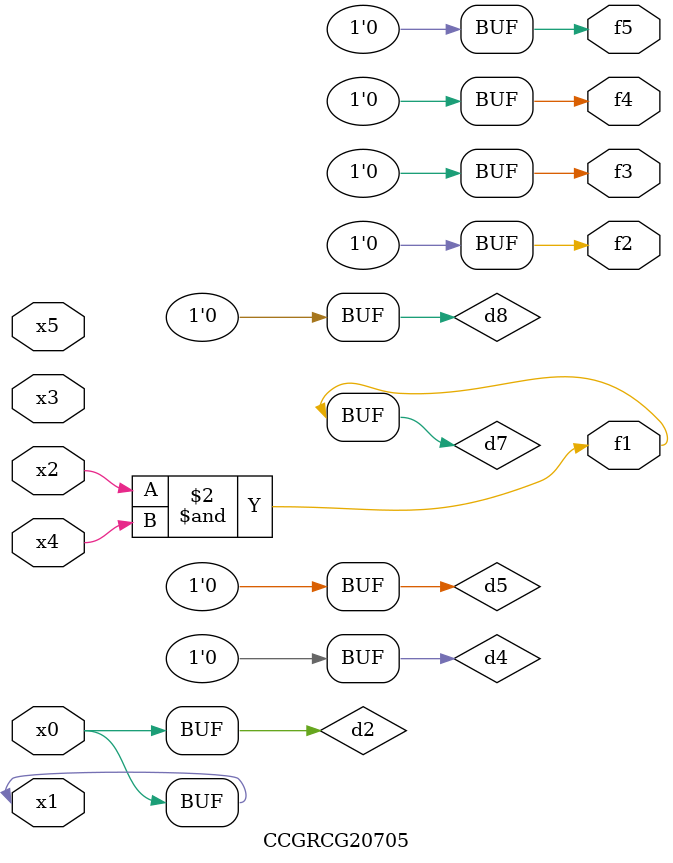
<source format=v>
module CCGRCG20705(
	input x0, x1, x2, x3, x4, x5,
	output f1, f2, f3, f4, f5
);

	wire d1, d2, d3, d4, d5, d6, d7, d8, d9;

	nand (d1, x1);
	buf (d2, x0, x1);
	nand (d3, x2, x4);
	and (d4, d1, d2);
	and (d5, d1, d2);
	nand (d6, d1, d3);
	not (d7, d3);
	xor (d8, d5);
	nor (d9, d5, d6);
	assign f1 = d7;
	assign f2 = d8;
	assign f3 = d8;
	assign f4 = d8;
	assign f5 = d8;
endmodule

</source>
